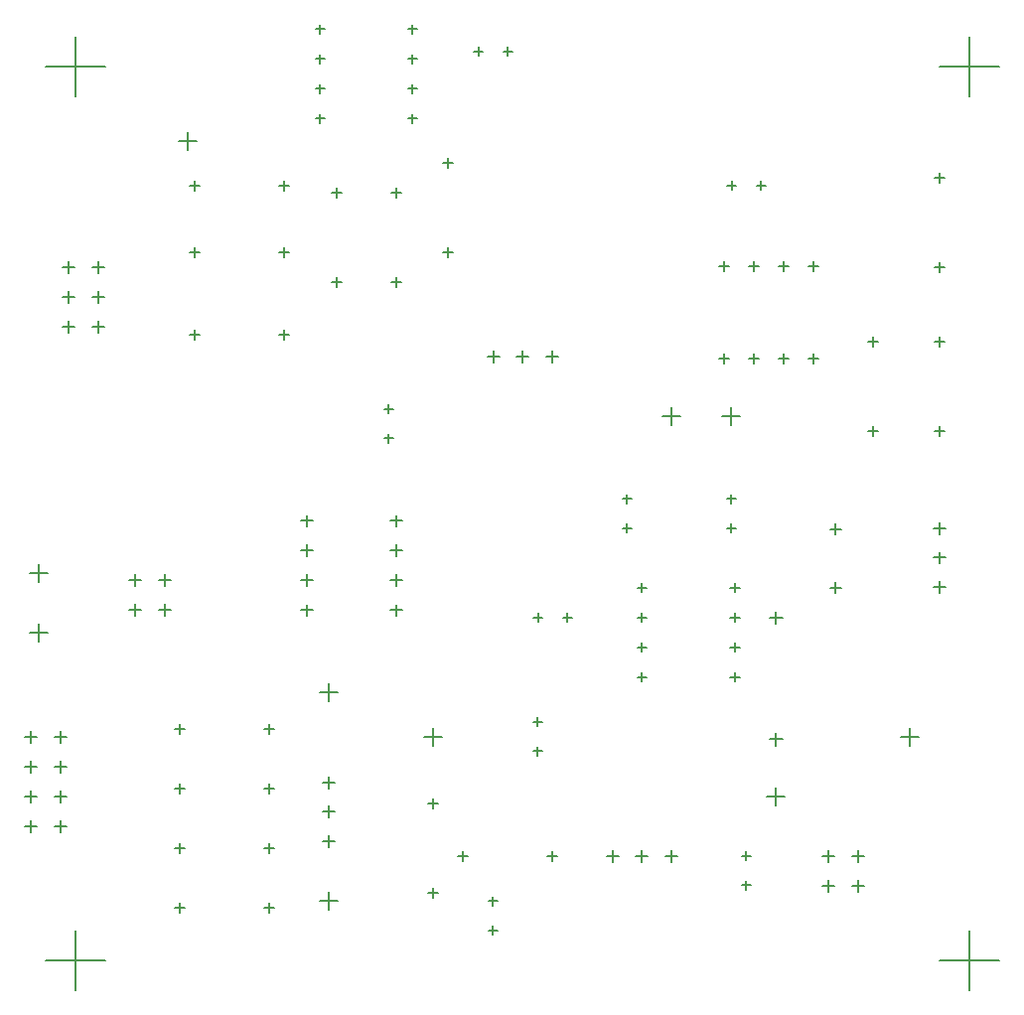
<source format=gbr>
G04 Layer_Color=128*
%FSLAX23Y23*%
%MOIN*%
%TF.FileFunction,Drillmap*%
%TF.Part,Single*%
G01*
G75*
%TA.AperFunction,NonConductor*%
%ADD58C,0.005*%
D58*
X1150Y1250D02*
X1350D01*
X1250Y1150D02*
Y1350D01*
X4150Y1250D02*
X4350D01*
X4250Y1150D02*
Y1350D01*
X4150Y4250D02*
X4350D01*
X4250Y4150D02*
Y4350D01*
X1150Y4250D02*
X1350D01*
X1250Y4150D02*
Y4350D01*
X1595Y4000D02*
X1655D01*
X1625Y3970D02*
Y4030D01*
X3420Y3075D02*
X3480D01*
X3450Y3045D02*
Y3105D01*
X3220Y3075D02*
X3280D01*
X3250Y3045D02*
Y3105D01*
X3570Y1800D02*
X3630D01*
X3600Y1770D02*
Y1830D01*
X4020Y2000D02*
X4080D01*
X4050Y1970D02*
Y2030D01*
X1095Y2350D02*
X1155D01*
X1125Y2320D02*
Y2380D01*
X1095Y2550D02*
X1155D01*
X1125Y2520D02*
Y2580D01*
X2070Y2150D02*
X2130D01*
X2100Y2120D02*
Y2180D01*
X2070Y1450D02*
X2130D01*
X2100Y1420D02*
Y1480D01*
X2420Y2000D02*
X2480D01*
X2450Y1970D02*
Y2030D01*
X3436Y3850D02*
X3466D01*
X3451Y3835D02*
Y3865D01*
X3534Y3850D02*
X3564D01*
X3549Y3835D02*
Y3865D01*
X3485Y1600D02*
X3515D01*
X3500Y1585D02*
Y1615D01*
X3485Y1502D02*
X3515D01*
X3500Y1487D02*
Y1516D01*
X2635Y1449D02*
X2665D01*
X2650Y1434D02*
Y1464D01*
X2635Y1351D02*
X2665D01*
X2650Y1336D02*
Y1366D01*
X2433Y1775D02*
X2467D01*
X2450Y1758D02*
Y1792D01*
X2433Y1475D02*
X2467D01*
X2450Y1458D02*
Y1492D01*
X1883Y2025D02*
X1917D01*
X1900Y2008D02*
Y2042D01*
X1583Y2025D02*
X1617D01*
X1600Y2008D02*
Y2042D01*
X1883Y1825D02*
X1917D01*
X1900Y1808D02*
Y1842D01*
X1583Y1825D02*
X1617D01*
X1600Y1808D02*
Y1842D01*
X1883Y1625D02*
X1917D01*
X1900Y1608D02*
Y1642D01*
X1583Y1625D02*
X1617D01*
X1600Y1608D02*
Y1642D01*
X1883Y1425D02*
X1917D01*
X1900Y1408D02*
Y1442D01*
X1583Y1425D02*
X1617D01*
X1600Y1408D02*
Y1442D01*
X4130Y2700D02*
X4170D01*
X4150Y2680D02*
Y2720D01*
X4130Y2602D02*
X4170D01*
X4150Y2582D02*
Y2621D01*
X4130Y2503D02*
X4170D01*
X4150Y2483D02*
Y2523D01*
X3908Y3325D02*
X3942D01*
X3925Y3308D02*
Y3342D01*
X3908Y3025D02*
X3942D01*
X3925Y3008D02*
Y3042D01*
X4133Y3025D02*
X4167D01*
X4150Y3008D02*
Y3042D01*
X4133Y3325D02*
X4167D01*
X4150Y3308D02*
Y3342D01*
X4133Y3875D02*
X4167D01*
X4150Y3858D02*
Y3892D01*
X4133Y3575D02*
X4167D01*
X4150Y3558D02*
Y3592D01*
X3855Y1500D02*
X3895D01*
X3875Y1480D02*
Y1520D01*
X3755Y1500D02*
X3795D01*
X3775Y1480D02*
Y1520D01*
X3855Y1600D02*
X3895D01*
X3875Y1580D02*
Y1620D01*
X3755Y1600D02*
X3795D01*
X3775Y1580D02*
Y1620D01*
X2632Y3275D02*
X2671D01*
X2652Y3255D02*
Y3295D01*
X2730Y3275D02*
X2770D01*
X2750Y3255D02*
Y3295D01*
X2829Y3275D02*
X2868D01*
X2848Y3255D02*
Y3295D01*
X3229Y1600D02*
X3268D01*
X3248Y1580D02*
Y1620D01*
X3130Y1600D02*
X3170D01*
X3150Y1580D02*
Y1620D01*
X3032Y1600D02*
X3071D01*
X3052Y1580D02*
Y1620D01*
X2308Y3825D02*
X2342D01*
X2325Y3808D02*
Y3842D01*
X2308Y3525D02*
X2342D01*
X2325Y3508D02*
Y3542D01*
X1633Y3350D02*
X1667D01*
X1650Y3333D02*
Y3367D01*
X1933Y3350D02*
X1967D01*
X1950Y3333D02*
Y3367D01*
X2108Y3825D02*
X2142D01*
X2125Y3808D02*
Y3842D01*
X2108Y3525D02*
X2142D01*
X2125Y3508D02*
Y3542D01*
X1633Y3850D02*
X1667D01*
X1650Y3833D02*
Y3867D01*
X1933Y3850D02*
X1967D01*
X1950Y3833D02*
Y3867D01*
X2483Y3925D02*
X2517D01*
X2500Y3908D02*
Y3942D01*
X2483Y3625D02*
X2517D01*
X2500Y3608D02*
Y3642D01*
X1633Y3625D02*
X1667D01*
X1650Y3608D02*
Y3642D01*
X1933Y3625D02*
X1967D01*
X1950Y3608D02*
Y3642D01*
X2054Y4175D02*
X2086D01*
X2070Y4159D02*
Y4191D01*
X2054Y4275D02*
X2086D01*
X2070Y4259D02*
Y4291D01*
X2054Y4075D02*
X2086D01*
X2070Y4059D02*
Y4091D01*
X2054Y4375D02*
X2086D01*
X2070Y4359D02*
Y4391D01*
X2364Y4075D02*
X2396D01*
X2380Y4059D02*
Y4091D01*
X2364Y4375D02*
X2396D01*
X2380Y4359D02*
Y4391D01*
X2364Y4175D02*
X2396D01*
X2380Y4159D02*
Y4191D01*
X2364Y4275D02*
X2396D01*
X2380Y4259D02*
Y4291D01*
X2586Y4300D02*
X2616D01*
X2601Y4285D02*
Y4315D01*
X2684Y4300D02*
X2714D01*
X2699Y4285D02*
Y4315D01*
X2533Y1600D02*
X2567D01*
X2550Y1583D02*
Y1617D01*
X2833Y1600D02*
X2867D01*
X2850Y1583D02*
Y1617D01*
X2285Y3002D02*
X2315D01*
X2300Y2987D02*
Y3016D01*
X2285Y3100D02*
X2315D01*
X2300Y3085D02*
Y3115D01*
X3509Y3580D02*
X3541D01*
X3525Y3564D02*
Y3596D01*
X3609Y3580D02*
X3641D01*
X3625Y3564D02*
Y3596D01*
X3409Y3580D02*
X3441D01*
X3425Y3564D02*
Y3596D01*
X3709Y3580D02*
X3741D01*
X3725Y3564D02*
Y3596D01*
X3409Y3270D02*
X3441D01*
X3425Y3254D02*
Y3286D01*
X3709Y3270D02*
X3741D01*
X3725Y3254D02*
Y3286D01*
X3509Y3270D02*
X3541D01*
X3525Y3254D02*
Y3286D01*
X3609Y3270D02*
X3641D01*
X3625Y3254D02*
Y3286D01*
X1530Y2425D02*
X1570D01*
X1550Y2405D02*
Y2445D01*
X1430Y2425D02*
X1470D01*
X1450Y2405D02*
Y2445D01*
X1530Y2525D02*
X1570D01*
X1550Y2505D02*
Y2545D01*
X1430Y2525D02*
X1470D01*
X1450Y2505D02*
Y2545D01*
X1080Y2000D02*
X1120D01*
X1100Y1980D02*
Y2020D01*
X1180Y2000D02*
X1220D01*
X1200Y1980D02*
Y2020D01*
X1080Y1900D02*
X1120D01*
X1100Y1880D02*
Y1920D01*
X1180Y1900D02*
X1220D01*
X1200Y1880D02*
Y1920D01*
X1080Y1800D02*
X1120D01*
X1100Y1780D02*
Y1820D01*
X1180Y1800D02*
X1220D01*
X1200Y1780D02*
Y1820D01*
X1080Y1700D02*
X1120D01*
X1100Y1680D02*
Y1720D01*
X1180Y1700D02*
X1220D01*
X1200Y1680D02*
Y1720D01*
X1205Y3575D02*
X1245D01*
X1225Y3555D02*
Y3595D01*
X1305Y3575D02*
X1345D01*
X1325Y3555D02*
Y3595D01*
X1205Y3475D02*
X1245D01*
X1225Y3455D02*
Y3495D01*
X1305Y3475D02*
X1345D01*
X1325Y3455D02*
Y3495D01*
X1205Y3375D02*
X1245D01*
X1225Y3355D02*
Y3395D01*
X1305Y3375D02*
X1345D01*
X1325Y3355D02*
Y3395D01*
X2080Y1650D02*
X2120D01*
X2100Y1630D02*
Y1670D01*
X2080Y1748D02*
X2120D01*
X2100Y1729D02*
Y1768D01*
X2080Y1847D02*
X2120D01*
X2100Y1827D02*
Y1867D01*
X2787Y2400D02*
X2816D01*
X2802Y2385D02*
Y2415D01*
X2885Y2400D02*
X2915D01*
X2900Y2385D02*
Y2415D01*
X3085Y2798D02*
X3115D01*
X3100Y2784D02*
Y2813D01*
X3085Y2700D02*
X3115D01*
X3100Y2685D02*
Y2715D01*
X3435Y2798D02*
X3465D01*
X3450Y2784D02*
Y2813D01*
X3435Y2700D02*
X3465D01*
X3450Y2685D02*
Y2715D01*
X2785Y1952D02*
X2815D01*
X2800Y1937D02*
Y1966D01*
X2785Y2050D02*
X2815D01*
X2800Y2035D02*
Y2065D01*
X3447Y2500D02*
X3478D01*
X3463Y2485D02*
Y2515D01*
X3447Y2400D02*
X3478D01*
X3463Y2385D02*
Y2415D01*
X3447Y2300D02*
X3478D01*
X3463Y2285D02*
Y2315D01*
X3447Y2200D02*
X3478D01*
X3463Y2185D02*
Y2215D01*
X3135Y2200D02*
X3165D01*
X3150Y2185D02*
Y2215D01*
X3135Y2300D02*
X3165D01*
X3150Y2285D02*
Y2315D01*
X3135Y2400D02*
X3165D01*
X3150Y2385D02*
Y2415D01*
X3135Y2500D02*
X3165D01*
X3150Y2485D02*
Y2515D01*
X2306Y2725D02*
X2345D01*
X2325Y2705D02*
Y2744D01*
X2306Y2625D02*
X2345D01*
X2325Y2605D02*
Y2645D01*
X2306Y2525D02*
X2345D01*
X2325Y2506D02*
Y2545D01*
X2306Y2425D02*
X2345D01*
X2325Y2405D02*
Y2444D01*
X2006Y2425D02*
X2045D01*
X2025Y2405D02*
Y2444D01*
X2006Y2525D02*
X2045D01*
X2025Y2506D02*
Y2545D01*
X2006Y2625D02*
X2045D01*
X2025Y2605D02*
Y2645D01*
X2006Y2725D02*
X2045D01*
X2025Y2705D02*
Y2744D01*
X3579Y1992D02*
X3621D01*
X3600Y1971D02*
Y2013D01*
X3579Y2400D02*
X3621D01*
X3600Y2379D02*
Y2421D01*
X3782Y2500D02*
X3818D01*
X3800Y2482D02*
Y2518D01*
X3782Y2697D02*
X3818D01*
X3800Y2679D02*
Y2715D01*
%TF.MD5,5dc27926b67adb8d167199b2956a1f9a*%
M02*

</source>
